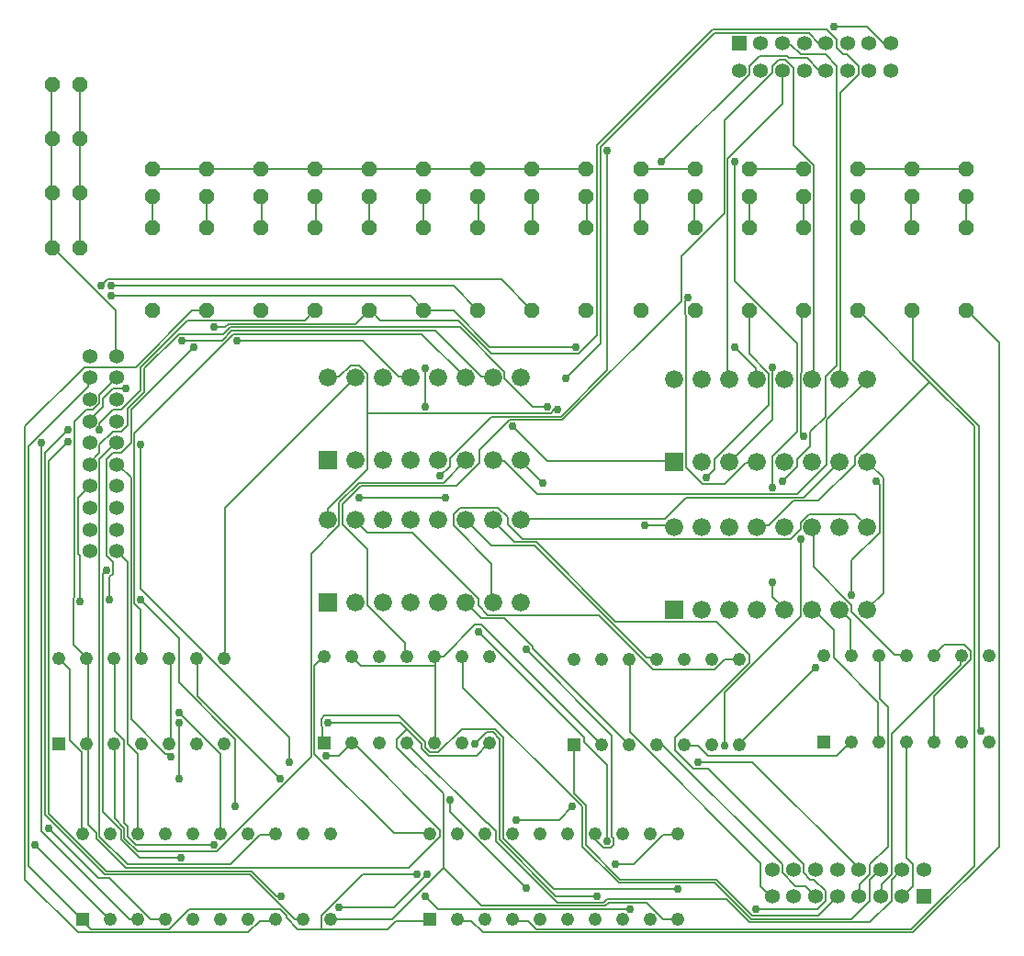
<source format=gbr>
G04 EAGLE Gerber RS-274X export*
G75*
%MOMM*%
%FSLAX34Y34*%
%LPD*%
%INTop Copper*%
%IPPOS*%
%AMOC8*
5,1,8,0,0,1.08239X$1,22.5*%
G01*
%ADD10R,1.358000X1.358000*%
%ADD11C,1.358000*%
%ADD12R,1.238000X1.238000*%
%ADD13C,1.238000*%
%ADD14R,1.676400X1.676400*%
%ADD15C,1.676400*%
%ADD16P,1.429621X8X292.500000*%
%ADD17P,1.429621X8X112.500000*%
%ADD18P,1.429621X8X22.500000*%
%ADD19C,0.152400*%
%ADD20C,0.756400*%


D10*
X700700Y888400D03*
D11*
X700700Y863400D03*
X720700Y888400D03*
X720700Y863400D03*
X740700Y888400D03*
X740700Y863400D03*
X760700Y888400D03*
X760700Y863400D03*
X780700Y888400D03*
X780700Y863400D03*
X800700Y888400D03*
X800700Y863400D03*
X820700Y888400D03*
X820700Y863400D03*
X840700Y888400D03*
X840700Y863400D03*
D10*
X871200Y101600D03*
D11*
X871200Y126600D03*
X851200Y101600D03*
X851200Y126600D03*
X831200Y101600D03*
X831200Y126600D03*
X811200Y101600D03*
X811200Y126600D03*
X791200Y101600D03*
X791200Y126600D03*
X771200Y101600D03*
X771200Y126600D03*
X751200Y101600D03*
X751200Y126600D03*
X731200Y101600D03*
X731200Y126600D03*
D12*
X73900Y242100D03*
D13*
X99300Y242100D03*
X124700Y242100D03*
X150100Y242100D03*
X175500Y242100D03*
X200900Y242100D03*
X226300Y242100D03*
X226300Y321500D03*
X200900Y321500D03*
X175500Y321500D03*
X150100Y321500D03*
X124700Y321500D03*
X99300Y321500D03*
X73900Y321500D03*
D12*
X318500Y243400D03*
D13*
X343900Y243400D03*
X369300Y243400D03*
X394700Y243400D03*
X420100Y243400D03*
X445500Y243400D03*
X470900Y243400D03*
X470900Y322800D03*
X445500Y322800D03*
X420100Y322800D03*
X394700Y322800D03*
X369300Y322800D03*
X343900Y322800D03*
X318500Y322800D03*
D12*
X548500Y241200D03*
D13*
X573900Y241200D03*
X599300Y241200D03*
X624700Y241200D03*
X650100Y241200D03*
X675500Y241200D03*
X700900Y241200D03*
X700900Y320600D03*
X675500Y320600D03*
X650100Y320600D03*
X624700Y320600D03*
X599300Y320600D03*
X573900Y320600D03*
X548500Y320600D03*
D12*
X778500Y244400D03*
D13*
X803900Y244400D03*
X829300Y244400D03*
X854700Y244400D03*
X880100Y244400D03*
X905500Y244400D03*
X930900Y244400D03*
X930900Y323800D03*
X905500Y323800D03*
X880100Y323800D03*
X854700Y323800D03*
X829300Y323800D03*
X803900Y323800D03*
X778500Y323800D03*
D14*
X321300Y503700D03*
D15*
X346700Y503700D03*
X372100Y503700D03*
X397500Y503700D03*
X422900Y503700D03*
X448300Y503700D03*
X473700Y503700D03*
X499100Y503700D03*
X499100Y579900D03*
X473700Y579900D03*
X448300Y579900D03*
X422900Y579900D03*
X397500Y579900D03*
X372100Y579900D03*
X346700Y579900D03*
X321300Y579900D03*
D14*
X641300Y502300D03*
D15*
X666700Y502300D03*
X692100Y502300D03*
X717500Y502300D03*
X742900Y502300D03*
X768300Y502300D03*
X793700Y502300D03*
X819100Y502300D03*
X819100Y578500D03*
X793700Y578500D03*
X768300Y578500D03*
X742900Y578500D03*
X717500Y578500D03*
X692100Y578500D03*
X666700Y578500D03*
X641300Y578500D03*
D14*
X321300Y372800D03*
D15*
X346700Y372800D03*
X372100Y372800D03*
X397500Y372800D03*
X422900Y372800D03*
X448300Y372800D03*
X473700Y372800D03*
X499100Y372800D03*
X499100Y449000D03*
X473700Y449000D03*
X448300Y449000D03*
X422900Y449000D03*
X397500Y449000D03*
X372100Y449000D03*
X346700Y449000D03*
X321300Y449000D03*
D14*
X641300Y366000D03*
D15*
X666700Y366000D03*
X692100Y366000D03*
X717500Y366000D03*
X742900Y366000D03*
X768300Y366000D03*
X793700Y366000D03*
X819100Y366000D03*
X819100Y442200D03*
X793700Y442200D03*
X768300Y442200D03*
X742900Y442200D03*
X717500Y442200D03*
X692100Y442200D03*
X666700Y442200D03*
X641300Y442200D03*
D11*
X102000Y420000D03*
X127000Y420000D03*
X102000Y440000D03*
X127000Y440000D03*
X102000Y460000D03*
X127000Y460000D03*
X102000Y480000D03*
X127000Y480000D03*
X102000Y500000D03*
X127000Y500000D03*
X102000Y520000D03*
X127000Y520000D03*
X102000Y540000D03*
X127000Y540000D03*
X102000Y560000D03*
X127000Y560000D03*
X102000Y580000D03*
X127000Y580000D03*
X102000Y600000D03*
X127000Y600000D03*
D12*
X95700Y80300D03*
D13*
X121100Y80300D03*
X146500Y80300D03*
X171900Y80300D03*
X197300Y80300D03*
X222700Y80300D03*
X248100Y80300D03*
X273500Y80300D03*
X298900Y80300D03*
X324300Y80300D03*
X324300Y159700D03*
X298900Y159700D03*
X273500Y159700D03*
X248100Y159700D03*
X222700Y159700D03*
X197300Y159700D03*
X171900Y159700D03*
X146500Y159700D03*
X121100Y159700D03*
X95700Y159700D03*
D12*
X415700Y80300D03*
D13*
X441100Y80300D03*
X466500Y80300D03*
X491900Y80300D03*
X517300Y80300D03*
X542700Y80300D03*
X568100Y80300D03*
X593500Y80300D03*
X618900Y80300D03*
X644300Y80300D03*
X644300Y159700D03*
X618900Y159700D03*
X593500Y159700D03*
X568100Y159700D03*
X542700Y159700D03*
X517300Y159700D03*
X491900Y159700D03*
X466500Y159700D03*
X441100Y159700D03*
X415700Y159700D03*
D16*
X910000Y718100D03*
X910000Y641900D03*
X860000Y718100D03*
X860000Y641900D03*
X810000Y718100D03*
X810000Y641900D03*
X760000Y718100D03*
X760000Y641900D03*
X710000Y718100D03*
X710000Y641900D03*
X660000Y718100D03*
X660000Y641900D03*
X610000Y718100D03*
X610000Y641900D03*
X560000Y718100D03*
X560000Y641900D03*
X510000Y718100D03*
X510000Y641900D03*
X460000Y718100D03*
X460000Y641900D03*
X410000Y718100D03*
X410000Y641900D03*
X360000Y718100D03*
X360000Y641900D03*
X310000Y718100D03*
X310000Y641900D03*
X260000Y718100D03*
X260000Y641900D03*
X210000Y718100D03*
X210000Y641900D03*
X160000Y718100D03*
X160000Y641900D03*
D17*
X910000Y747300D03*
X910000Y772700D03*
X860000Y747300D03*
X860000Y772700D03*
X810000Y747300D03*
X810000Y772700D03*
X760000Y747300D03*
X760000Y772700D03*
X710000Y747300D03*
X710000Y772700D03*
X660000Y747300D03*
X660000Y772700D03*
X610000Y747300D03*
X610000Y772700D03*
X560000Y747300D03*
X560000Y772700D03*
X510000Y747300D03*
X510000Y772700D03*
X460000Y747300D03*
X460000Y772700D03*
X410000Y747300D03*
X410000Y772700D03*
X360000Y747300D03*
X360000Y772700D03*
X310000Y747300D03*
X310000Y772700D03*
X260000Y747300D03*
X260000Y772700D03*
X210000Y747300D03*
X210000Y772700D03*
X160000Y747300D03*
X160000Y772700D03*
D18*
X67300Y850000D03*
X92700Y850000D03*
X67300Y800000D03*
X92700Y800000D03*
X67300Y750000D03*
X92700Y750000D03*
X67300Y700000D03*
X92700Y700000D03*
D19*
X854964Y243840D02*
X854964Y137160D01*
X861060Y131064D01*
X861060Y111252D01*
X851916Y102108D01*
X854964Y243840D02*
X854700Y244400D01*
X851916Y102108D02*
X851200Y101600D01*
X905256Y315468D02*
X905256Y323088D01*
X905256Y315468D02*
X841248Y251460D01*
X841248Y121920D01*
X832104Y112776D01*
X832104Y102108D01*
X905256Y323088D02*
X905500Y323800D01*
X832104Y102108D02*
X831200Y101600D01*
X830580Y283464D02*
X830580Y323088D01*
X830580Y283464D02*
X838200Y275844D01*
X838200Y147828D01*
X821436Y131064D01*
X821436Y121920D01*
X812292Y112776D01*
X812292Y102108D01*
X830580Y323088D02*
X829300Y323800D01*
X812292Y102108D02*
X811200Y101600D01*
X548640Y196596D02*
X548640Y240792D01*
X548640Y196596D02*
X559308Y185928D01*
X559308Y149352D01*
X591312Y117348D01*
X679704Y117348D01*
X713232Y83820D01*
X774192Y83820D01*
X790956Y100584D01*
X548640Y240792D02*
X548500Y241200D01*
X791200Y101600D02*
X790956Y100584D01*
X630936Y240792D02*
X624840Y240792D01*
X630936Y240792D02*
X740664Y131064D01*
X740664Y123444D01*
X752856Y111252D01*
X762000Y111252D01*
X771144Y102108D01*
X624840Y240792D02*
X624700Y241200D01*
X771144Y102108D02*
X771200Y101600D01*
X600456Y252984D02*
X600456Y320040D01*
X600456Y252984D02*
X720852Y132588D01*
X720852Y111252D01*
X729996Y102108D01*
X600456Y320040D02*
X599300Y320600D01*
X729996Y102108D02*
X731200Y101600D01*
X829056Y245364D02*
X829056Y280416D01*
X787908Y321564D01*
X787908Y347472D01*
X769620Y365760D01*
X829056Y245364D02*
X829300Y244400D01*
X769620Y365760D02*
X768300Y366000D01*
X844296Y324612D02*
X853440Y324612D01*
X844296Y324612D02*
X804672Y364236D01*
X804672Y370332D01*
X769620Y405384D01*
X769620Y441960D01*
X853440Y324612D02*
X854700Y323800D01*
X769620Y441960D02*
X768300Y442200D01*
X124968Y320040D02*
X124968Y254508D01*
X134112Y245364D01*
X134112Y169164D01*
X137160Y166116D01*
X137160Y156972D01*
X144780Y149352D01*
X216408Y149352D01*
X495300Y172212D02*
X534924Y172212D01*
X547116Y184404D01*
X124968Y320040D02*
X124700Y321500D01*
D20*
X216408Y149352D03*
X495300Y172212D03*
X547116Y184404D03*
D19*
X201168Y286512D02*
X201168Y320040D01*
X201168Y286512D02*
X277368Y210312D01*
X201168Y320040D02*
X200900Y321500D01*
D20*
X277368Y210312D03*
D19*
X499872Y449580D02*
X632460Y449580D01*
X652272Y469392D01*
X760476Y469392D01*
X792480Y501396D01*
X499872Y449580D02*
X499100Y449000D01*
X792480Y501396D02*
X793700Y502300D01*
X484632Y502920D02*
X473964Y502920D01*
X484632Y502920D02*
X515112Y472440D01*
X754380Y472440D01*
X781812Y499872D01*
X781812Y541020D01*
X818388Y577596D01*
X473964Y502920D02*
X473700Y503700D01*
X818388Y577596D02*
X819100Y578500D01*
X472440Y408432D02*
X472440Y373380D01*
X472440Y408432D02*
X437388Y443484D01*
X437388Y454152D01*
X443484Y460248D01*
X478536Y460248D01*
X487680Y451104D01*
X487680Y445008D01*
X501396Y431292D01*
X748284Y431292D01*
X757428Y440436D01*
X757428Y446532D01*
X765048Y454152D01*
X807720Y454152D01*
X818388Y443484D01*
X473700Y372800D02*
X472440Y373380D01*
X818388Y443484D02*
X819100Y442200D01*
X713232Y225552D02*
X662940Y225552D01*
X713232Y225552D02*
X810768Y128016D01*
X811200Y126600D01*
D20*
X662940Y225552D03*
D19*
X446532Y294132D02*
X446532Y321564D01*
X446532Y294132D02*
X556260Y184404D01*
X556260Y147828D01*
X589788Y114300D01*
X678180Y114300D01*
X711708Y80772D01*
X804672Y80772D01*
X821436Y97536D01*
X821436Y117348D01*
X830580Y126492D01*
X446532Y321564D02*
X445500Y322800D01*
X830580Y126492D02*
X831200Y126600D01*
X467868Y169164D02*
X394716Y242316D01*
X467868Y169164D02*
X469392Y169164D01*
X477012Y161544D01*
X477012Y152400D01*
X533400Y96012D01*
X576072Y96012D01*
X579120Y99060D01*
X688848Y99060D01*
X710184Y77724D01*
X821436Y77724D01*
X841248Y97536D01*
X841248Y117348D01*
X850392Y126492D01*
X394716Y242316D02*
X394700Y243400D01*
X850392Y126492D02*
X851200Y126600D01*
X316992Y243840D02*
X316992Y257556D01*
X315468Y259080D01*
X315468Y265176D01*
X318516Y268224D01*
X387096Y268224D01*
X411480Y243840D01*
X411480Y239268D01*
X416052Y234696D01*
X423672Y234696D01*
X445008Y256032D01*
X475488Y256032D01*
X483108Y248412D01*
X483108Y155448D01*
X530352Y108204D01*
X644652Y108204D01*
X318500Y243400D02*
X316992Y243840D01*
D20*
X644652Y108204D03*
D19*
X598932Y242316D02*
X510540Y330708D01*
X510540Y332232D01*
X484632Y358140D01*
X463296Y358140D01*
X449580Y371856D01*
X598932Y242316D02*
X599300Y241200D01*
X449580Y371856D02*
X448300Y372800D01*
X687324Y320040D02*
X699516Y320040D01*
X687324Y320040D02*
X678180Y310896D01*
X621792Y310896D01*
X571500Y361188D01*
X469392Y361188D01*
X460248Y370332D01*
X460248Y376428D01*
X399288Y437388D01*
X358140Y437388D01*
X347472Y448056D01*
X699516Y320040D02*
X700900Y320600D01*
X347472Y448056D02*
X346700Y449000D01*
X615696Y321564D02*
X623316Y321564D01*
X615696Y321564D02*
X512064Y425196D01*
X472440Y425196D01*
X449580Y448056D01*
X623316Y321564D02*
X624700Y320600D01*
X449580Y448056D02*
X448300Y449000D01*
X393192Y335280D02*
X393192Y323088D01*
X393192Y335280D02*
X358140Y370332D01*
X358140Y422148D01*
X335280Y445008D01*
X335280Y463296D01*
X352044Y480060D01*
X440436Y480060D01*
X461772Y501396D01*
X461772Y513588D01*
X489204Y541020D01*
X537972Y541020D01*
X647700Y650748D01*
X647700Y691896D01*
X687324Y731520D01*
X687324Y816864D01*
X731520Y861060D01*
X731520Y867156D01*
X737616Y873252D01*
X743712Y873252D01*
X751332Y865632D01*
X751332Y794004D01*
X769620Y775716D01*
X769620Y579120D01*
X394700Y322800D02*
X393192Y323088D01*
X768300Y578500D02*
X769620Y579120D01*
X833628Y888492D02*
X839724Y888492D01*
X833628Y888492D02*
X818388Y903732D01*
X787908Y903732D01*
X579120Y789432D02*
X579120Y586740D01*
X536448Y544068D01*
X472440Y544068D01*
X434340Y505968D01*
X434340Y498348D01*
X425196Y489204D01*
X839724Y888492D02*
X840700Y888400D01*
D20*
X787908Y903732D03*
X579120Y789432D03*
X425196Y489204D03*
D19*
X411480Y553212D02*
X411480Y588264D01*
D20*
X411480Y588264D03*
X411480Y553212D03*
D19*
X774192Y888492D02*
X780288Y888492D01*
X774192Y888492D02*
X765048Y897636D01*
X678180Y897636D01*
X573024Y792480D01*
X573024Y611124D01*
X541020Y579120D01*
X780288Y888492D02*
X780700Y888400D01*
D20*
X541020Y579120D03*
D19*
X742188Y886968D02*
X748284Y886968D01*
X757428Y877824D01*
X780288Y877824D01*
X790956Y867156D01*
X790956Y591312D01*
X780288Y580644D01*
X780288Y544068D01*
X766572Y530352D01*
X766572Y516636D01*
X754380Y504444D01*
X754380Y498348D01*
X740664Y484632D01*
X742188Y886968D02*
X740700Y888400D01*
D20*
X740664Y484632D03*
D19*
X696468Y669036D02*
X696468Y778764D01*
X696468Y669036D02*
X754380Y611124D01*
X754380Y530352D01*
X731520Y507492D01*
X731520Y478536D01*
X731520Y391668D02*
X731520Y377952D01*
X742188Y367284D01*
X742900Y366000D01*
D20*
X696468Y778764D03*
X731520Y478536D03*
X731520Y391668D03*
D19*
X687324Y289560D02*
X687324Y240792D01*
X687324Y289560D02*
X757428Y359664D01*
X757428Y431292D01*
D20*
X687324Y240792D03*
X757428Y431292D03*
D19*
X731520Y541020D02*
X731520Y589788D01*
X731520Y541020D02*
X693420Y502920D01*
X692100Y502300D01*
D20*
X731520Y589788D03*
D19*
X740664Y832104D02*
X740664Y862584D01*
X740664Y832104D02*
X690372Y781812D01*
X690372Y580644D01*
X691896Y579120D01*
X740664Y862584D02*
X740700Y863400D01*
X691896Y579120D02*
X692100Y578500D01*
X774192Y864108D02*
X780288Y864108D01*
X774192Y864108D02*
X763524Y874776D01*
X746760Y874776D01*
X745236Y876300D01*
X719328Y876300D01*
X710184Y867156D01*
X710184Y859536D01*
X629412Y778764D01*
X780288Y864108D02*
X780700Y863400D01*
D20*
X629412Y778764D03*
D19*
X124968Y240792D02*
X124968Y173736D01*
X134112Y164592D01*
X134112Y155448D01*
X146304Y143256D01*
X219456Y143256D01*
X306324Y230124D01*
X306324Y417576D01*
X332232Y443484D01*
X332232Y464820D01*
X350520Y483108D01*
X428244Y483108D01*
X448056Y502920D01*
X124700Y242100D02*
X124968Y240792D01*
X448056Y502920D02*
X448300Y503700D01*
X227076Y460248D02*
X227076Y321564D01*
X227076Y460248D02*
X345948Y579120D01*
X227076Y321564D02*
X226300Y321500D01*
X345948Y579120D02*
X346700Y579900D01*
X149352Y365760D02*
X149352Y321564D01*
X149352Y365760D02*
X143256Y371856D01*
X143256Y528828D01*
X234696Y620268D01*
X408432Y620268D01*
X448056Y580644D01*
X150100Y321500D02*
X149352Y321564D01*
X448300Y579900D02*
X448056Y580644D01*
X67056Y701040D02*
X67056Y749808D01*
X67056Y701040D02*
X67300Y700000D01*
X67056Y749808D02*
X67300Y750000D01*
X67056Y751332D02*
X67056Y798576D01*
X67300Y800000D01*
X67056Y751332D02*
X67300Y750000D01*
X67056Y800100D02*
X67056Y848868D01*
X67300Y850000D01*
X67056Y800100D02*
X67300Y800000D01*
X126492Y641604D02*
X126492Y600456D01*
X126492Y641604D02*
X68580Y699516D01*
X126492Y600456D02*
X127000Y600000D01*
X68580Y699516D02*
X67300Y700000D01*
X411480Y772668D02*
X458724Y772668D01*
X411480Y772668D02*
X410000Y772700D01*
X458724Y772668D02*
X460000Y772700D01*
X208788Y772668D02*
X160020Y772668D01*
X160000Y772700D01*
X208788Y772668D02*
X210000Y772700D01*
X260604Y772668D02*
X309372Y772668D01*
X260604Y772668D02*
X260000Y772700D01*
X309372Y772668D02*
X310000Y772700D01*
X310896Y772668D02*
X359664Y772668D01*
X360000Y772700D01*
X310896Y772668D02*
X310000Y772700D01*
X259080Y772668D02*
X210312Y772668D01*
X210000Y772700D01*
X259080Y772668D02*
X260000Y772700D01*
X361188Y772668D02*
X409956Y772668D01*
X410000Y772700D01*
X361188Y772668D02*
X360000Y772700D01*
X499872Y502920D02*
X519684Y483108D01*
X499872Y502920D02*
X499100Y503700D01*
X510540Y772668D02*
X559308Y772668D01*
X510540Y772668D02*
X510000Y772700D01*
X559308Y772668D02*
X560000Y772700D01*
X710184Y772668D02*
X758952Y772668D01*
X760000Y772700D01*
X710184Y772668D02*
X710000Y772700D01*
X659892Y772668D02*
X611124Y772668D01*
X610000Y772700D01*
X659892Y772668D02*
X660000Y772700D01*
X509016Y772668D02*
X460248Y772668D01*
X460000Y772700D01*
X509016Y772668D02*
X510000Y772700D01*
X388620Y262128D02*
X321564Y262128D01*
X394716Y256032D02*
X408432Y242316D01*
X394716Y256032D02*
X388620Y262128D01*
X408432Y242316D02*
X408432Y237744D01*
X414528Y231648D01*
X458724Y231648D01*
X469392Y242316D01*
X470900Y243400D01*
X381000Y80772D02*
X324612Y80772D01*
X381000Y80772D02*
X428244Y128016D01*
X428244Y196596D01*
X385572Y239268D01*
X385572Y246888D01*
X394716Y256032D01*
X324612Y80772D02*
X324300Y80300D01*
X630936Y80772D02*
X643128Y80772D01*
X630936Y80772D02*
X615696Y96012D01*
X580644Y96012D01*
X577596Y92964D01*
X463296Y92964D01*
X428244Y128016D01*
X643128Y80772D02*
X644300Y80300D01*
X810768Y772668D02*
X859536Y772668D01*
X810768Y772668D02*
X810000Y772700D01*
X859536Y772668D02*
X860000Y772700D01*
X861060Y772668D02*
X909828Y772668D01*
X910000Y772700D01*
X861060Y772668D02*
X860000Y772700D01*
X819912Y501396D02*
X833628Y487680D01*
X833628Y381000D01*
X819912Y367284D01*
X819912Y501396D02*
X819100Y502300D01*
X819912Y367284D02*
X819100Y366000D01*
X771144Y312420D02*
X701040Y242316D01*
X700900Y241200D01*
D20*
X519684Y483108D03*
X321564Y262128D03*
X771144Y312420D03*
D19*
X94488Y234696D02*
X94488Y160020D01*
X94488Y234696D02*
X83820Y245364D01*
X83820Y310896D01*
X74676Y320040D01*
X94488Y160020D02*
X95700Y159700D01*
X74676Y320040D02*
X73900Y321500D01*
X92964Y701040D02*
X92964Y749808D01*
X92964Y701040D02*
X92700Y700000D01*
X92964Y749808D02*
X92700Y750000D01*
X92964Y751332D02*
X92964Y798576D01*
X92700Y800000D01*
X92964Y751332D02*
X92700Y750000D01*
X92964Y800100D02*
X92964Y848868D01*
X92700Y850000D01*
X92964Y800100D02*
X92700Y800000D01*
X614172Y443484D02*
X640080Y443484D01*
X641300Y442200D01*
X414528Y160020D02*
X382524Y160020D01*
X309372Y233172D01*
X309372Y313944D01*
X316992Y321564D01*
X414528Y160020D02*
X415700Y159700D01*
X316992Y321564D02*
X318500Y322800D01*
X321564Y580644D02*
X332232Y580644D01*
X342900Y591312D01*
X350520Y591312D01*
X358140Y583692D01*
X358140Y547116D02*
X358140Y495300D01*
X358140Y547116D02*
X358140Y583692D01*
X358140Y495300D02*
X321564Y458724D01*
X321564Y449580D01*
X321300Y579900D02*
X321564Y580644D01*
X321564Y449580D02*
X321300Y449000D01*
X530352Y550164D02*
X533400Y550164D01*
X530352Y550164D02*
X527304Y547116D01*
X358140Y547116D01*
D20*
X614172Y443484D03*
X533400Y550164D03*
D19*
X185928Y137160D02*
X147828Y137160D01*
X131064Y153924D01*
X131064Y163068D01*
X114300Y179832D01*
X114300Y399288D01*
X117348Y402336D01*
D20*
X185928Y137160D03*
X117348Y402336D03*
D19*
X236220Y246888D02*
X236220Y184404D01*
X236220Y246888D02*
X184404Y298704D01*
X184404Y339852D01*
X149352Y374904D01*
D20*
X236220Y184404D03*
X149352Y374904D03*
D19*
X184404Y262128D02*
X184404Y210312D01*
D20*
X184404Y210312D03*
X184404Y262128D03*
D19*
X382524Y91440D02*
X413004Y121920D01*
X382524Y91440D02*
X332232Y91440D01*
X92964Y373380D02*
X92964Y416052D01*
X91440Y417576D01*
X91440Y469392D01*
X100584Y478536D01*
X102000Y480000D01*
D20*
X413004Y121920D03*
X332232Y91440D03*
X92964Y373380D03*
D19*
X568452Y158496D02*
X568452Y153924D01*
X576072Y146304D01*
X582168Y146304D01*
X585216Y149352D01*
X585216Y155448D01*
X583692Y156972D01*
X583692Y249936D01*
X504444Y329184D01*
X510540Y553212D02*
X524256Y553212D01*
X510540Y553212D02*
X484632Y579120D01*
X484632Y585216D01*
X443484Y626364D01*
X231648Y626364D01*
X225552Y620268D01*
X184404Y620268D01*
X152400Y588264D01*
X152400Y566928D01*
X137160Y551688D01*
X137160Y536448D01*
X131064Y530352D01*
X123444Y530352D01*
X111252Y518160D01*
X111252Y510540D01*
X102108Y501396D01*
X568100Y159700D02*
X568452Y158496D01*
X102000Y500000D02*
X102108Y501396D01*
D20*
X504444Y329184D03*
X524256Y553212D03*
D19*
X600456Y89916D02*
X423672Y89916D01*
X411480Y102108D01*
X278892Y102108D02*
X274320Y102108D01*
X251460Y124968D01*
X117348Y124968D01*
X64008Y178308D01*
X64008Y502920D01*
X82296Y521208D01*
D20*
X600456Y89916D03*
X411480Y102108D03*
X278892Y102108D03*
X82296Y521208D03*
D19*
X123444Y569976D02*
X135636Y569976D01*
X123444Y569976D02*
X114300Y560832D01*
X114300Y553212D01*
X102108Y541020D01*
X102000Y540000D01*
D20*
X135636Y569976D03*
D19*
X630936Y158496D02*
X643128Y158496D01*
X630936Y158496D02*
X603504Y131064D01*
X586740Y131064D01*
X643128Y158496D02*
X644300Y159700D01*
D20*
X586740Y131064D03*
D19*
X286512Y225552D02*
X286512Y248412D01*
X149352Y385572D01*
X149352Y518160D01*
D20*
X286512Y225552D03*
X149352Y518160D03*
D19*
X259080Y158496D02*
X272796Y158496D01*
X259080Y158496D02*
X231648Y131064D01*
X137160Y131064D01*
X111252Y156972D01*
X111252Y504444D01*
X126492Y519684D01*
X273500Y159700D02*
X272796Y158496D01*
X126492Y519684D02*
X127000Y520000D01*
X173736Y233172D02*
X176784Y230124D01*
X173736Y233172D02*
X172212Y233172D01*
X140208Y265176D01*
X140208Y487680D01*
X128016Y499872D01*
X127000Y500000D01*
D20*
X176784Y230124D03*
D19*
X222504Y233172D02*
X222504Y160020D01*
X222504Y233172D02*
X184404Y271272D01*
X222504Y160020D02*
X222700Y159700D01*
D20*
X184404Y271272D03*
D19*
X146304Y233172D02*
X146304Y160020D01*
X146304Y233172D02*
X137160Y242316D01*
X137160Y409956D01*
X128016Y419100D01*
X146304Y160020D02*
X146500Y159700D01*
X128016Y419100D02*
X127000Y420000D01*
X384048Y79248D02*
X414528Y79248D01*
X384048Y79248D02*
X376428Y71628D01*
X315468Y71628D02*
X294132Y71628D01*
X315468Y71628D02*
X376428Y71628D01*
X294132Y71628D02*
X283464Y82296D01*
X283464Y83820D01*
X277368Y89916D01*
X193548Y89916D01*
X175260Y71628D01*
X103632Y71628D01*
X96012Y79248D01*
X414528Y79248D02*
X415700Y80300D01*
X96012Y79248D02*
X95700Y80300D01*
X353568Y121920D02*
X403860Y121920D01*
X353568Y121920D02*
X315468Y83820D01*
X315468Y71628D01*
X100584Y571500D02*
X100584Y579120D01*
X100584Y571500D02*
X45720Y516636D01*
X45720Y129540D01*
X94488Y80772D01*
X100584Y579120D02*
X102000Y580000D01*
X94488Y80772D02*
X95700Y80300D01*
D20*
X403860Y121920D03*
D19*
X100584Y242316D02*
X100584Y320040D01*
X100584Y242316D02*
X99300Y242100D01*
X100584Y320040D02*
X99300Y321500D01*
X111252Y563880D02*
X126492Y579120D01*
X111252Y563880D02*
X111252Y556260D01*
X105156Y550164D01*
X99060Y550164D01*
X88392Y539496D01*
X88392Y377952D01*
X86868Y376428D01*
X86868Y333756D01*
X99060Y321564D01*
X126492Y579120D02*
X127000Y580000D01*
X99060Y321564D02*
X99300Y321500D01*
X420624Y321564D02*
X420624Y313944D01*
X420624Y243840D01*
X420100Y243400D01*
X420624Y321564D02*
X420100Y322800D01*
X176784Y320040D02*
X176784Y242316D01*
X175500Y242100D01*
X176784Y320040D02*
X175500Y321500D01*
X320040Y231648D02*
X332232Y231648D01*
X342900Y242316D01*
X343900Y243400D01*
X352044Y313944D02*
X420624Y313944D01*
X352044Y313944D02*
X344424Y321564D01*
X343900Y322800D01*
X803148Y324612D02*
X803148Y356616D01*
X794004Y365760D01*
X803148Y324612D02*
X803900Y323800D01*
X794004Y365760D02*
X793700Y366000D01*
X880872Y286512D02*
X880872Y245364D01*
X880872Y286512D02*
X914400Y320040D01*
X914400Y327660D01*
X908304Y333756D01*
X890016Y333756D01*
X880872Y324612D01*
X880872Y245364D02*
X880100Y244400D01*
X880100Y323800D02*
X880872Y324612D01*
X662940Y240792D02*
X650748Y240792D01*
X662940Y240792D02*
X672084Y231648D01*
X790956Y231648D01*
X803148Y243840D01*
X650748Y240792D02*
X650100Y241200D01*
X803148Y243840D02*
X803900Y244400D01*
X428244Y323088D02*
X420624Y323088D01*
X428244Y323088D02*
X457200Y352044D01*
X463296Y352044D01*
X573024Y242316D01*
X420624Y323088D02*
X420100Y322800D01*
X573024Y242316D02*
X573900Y241200D01*
X100584Y240792D02*
X100584Y167640D01*
X108204Y160020D01*
X108204Y155448D01*
X135636Y128016D01*
X396240Y128016D01*
X425196Y156972D01*
X425196Y163068D01*
X344424Y243840D01*
X100584Y240792D02*
X99300Y242100D01*
X343900Y243400D02*
X344424Y243840D01*
D20*
X320040Y231648D03*
D19*
X441960Y79248D02*
X454152Y79248D01*
X464820Y68580D01*
X861060Y68580D01*
X940308Y147828D01*
X940308Y612648D01*
X911352Y641604D01*
X441100Y80300D02*
X441960Y79248D01*
X910000Y641900D02*
X911352Y641604D01*
X804672Y411480D02*
X804672Y379476D01*
X804672Y411480D02*
X830580Y437388D01*
X830580Y481584D01*
X827532Y484632D01*
D20*
X804672Y379476D03*
X827532Y484632D03*
D19*
X861060Y595884D02*
X861060Y641604D01*
X861060Y595884D02*
X922020Y534924D01*
X922020Y256032D01*
X923544Y254508D01*
X861060Y641604D02*
X860000Y641900D01*
D20*
X923544Y254508D03*
D19*
X505968Y79248D02*
X492252Y79248D01*
X505968Y79248D02*
X513588Y71628D01*
X859536Y71628D01*
X917448Y129540D01*
X917448Y534924D01*
X876300Y576072D02*
X810768Y641604D01*
X876300Y576072D02*
X917448Y534924D01*
X491900Y80300D02*
X492252Y79248D01*
X810000Y641900D02*
X810768Y641604D01*
X728472Y443484D02*
X717804Y443484D01*
X728472Y443484D02*
X751332Y466344D01*
X774192Y466344D01*
X807720Y499872D01*
X807720Y507492D01*
X876300Y576072D01*
X717804Y443484D02*
X717500Y442200D01*
X758952Y585216D02*
X758952Y641604D01*
X758952Y585216D02*
X757428Y583692D01*
X757428Y528828D01*
X760476Y525780D01*
X758952Y641604D02*
X760000Y641900D01*
D20*
X760476Y525780D03*
D19*
X569976Y102108D02*
X531876Y102108D01*
X480060Y153924D01*
X480060Y246888D01*
X473964Y252984D01*
X467868Y252984D01*
X457200Y242316D01*
X710184Y601980D02*
X710184Y641604D01*
X710184Y601980D02*
X728472Y583692D01*
X728472Y554736D01*
X678180Y504444D01*
X678180Y495300D01*
X670560Y487680D01*
X710184Y641604D02*
X710000Y641900D01*
D20*
X569976Y102108D03*
X457200Y242316D03*
X670560Y487680D03*
D19*
X434340Y179832D02*
X504444Y109728D01*
X434340Y179832D02*
X434340Y190500D01*
X429768Y469392D02*
X350520Y469392D01*
D20*
X504444Y109728D03*
X434340Y190500D03*
X429768Y469392D03*
X350520Y469392D03*
D19*
X579120Y222504D02*
X579120Y152400D01*
X579120Y222504D02*
X557784Y243840D01*
X557784Y248412D01*
X460248Y345948D01*
D20*
X579120Y152400D03*
X460248Y345948D03*
D19*
X716280Y89916D02*
X772668Y89916D01*
X780288Y97536D01*
X780288Y106680D01*
X769620Y117348D01*
X766572Y117348D01*
X760476Y123444D01*
X760476Y131064D01*
X672084Y219456D01*
X658368Y219456D01*
X641604Y236220D01*
X641604Y248412D01*
X710184Y316992D01*
X710184Y324612D01*
X679704Y355092D01*
X586740Y355092D01*
X513588Y428244D01*
X493776Y428244D01*
X473964Y448056D01*
X473700Y449000D01*
D20*
X716280Y89916D03*
D19*
X120396Y80772D02*
X51816Y149352D01*
X112776Y664464D02*
X118872Y670560D01*
X481584Y670560D01*
X509016Y643128D01*
X121100Y80300D02*
X120396Y80772D01*
X510000Y641900D02*
X509016Y643128D01*
X707136Y501396D02*
X716280Y501396D01*
X707136Y501396D02*
X687324Y481584D01*
X667512Y481584D01*
X652272Y496824D01*
X652272Y637032D01*
X650748Y638556D01*
X650748Y650748D01*
X653796Y653796D01*
X717500Y502300D02*
X716280Y501396D01*
D20*
X51816Y149352D03*
X112776Y664464D03*
X653796Y653796D03*
D19*
X146304Y80772D02*
X138684Y80772D01*
X57912Y161544D01*
X57912Y519684D01*
X121920Y664464D02*
X437388Y664464D01*
X458724Y643128D01*
X146304Y80772D02*
X146500Y80300D01*
X460000Y641900D02*
X458724Y643128D01*
X524256Y502920D02*
X640080Y502920D01*
X524256Y502920D02*
X492252Y534924D01*
X640080Y502920D02*
X641300Y502300D01*
D20*
X57912Y519684D03*
X121920Y664464D03*
X492252Y534924D03*
D19*
X170688Y80772D02*
X158496Y80772D01*
X120396Y118872D01*
X109728Y118872D01*
X64008Y164592D01*
X121920Y655320D02*
X397764Y655320D01*
X409956Y643128D01*
X171900Y80300D02*
X170688Y80772D01*
X410000Y641900D02*
X409956Y643128D01*
X716280Y588264D02*
X716280Y579120D01*
X716280Y588264D02*
X696468Y608076D01*
X550164Y608076D02*
X470916Y608076D01*
X437388Y641604D01*
X411480Y641604D01*
X716280Y579120D02*
X717500Y578500D01*
X411480Y641604D02*
X410000Y641900D01*
D20*
X64008Y164592D03*
X121920Y655320D03*
X696468Y608076D03*
X550164Y608076D03*
D19*
X120396Y396240D02*
X120396Y374904D01*
X120396Y396240D02*
X123444Y399288D01*
X123444Y409956D01*
X117348Y416052D01*
X117348Y504444D01*
X123444Y510540D01*
X131064Y510540D01*
X140208Y519684D01*
X140208Y550164D01*
X198120Y608076D01*
X216408Y626364D02*
X227076Y626364D01*
X230124Y629412D01*
X347472Y629412D01*
X359664Y641604D01*
X360000Y641900D01*
X794004Y579120D02*
X794004Y842772D01*
X810768Y859536D01*
X810768Y867156D01*
X800100Y877824D01*
X797052Y877824D01*
X790956Y883920D01*
X790956Y891540D01*
X781812Y900684D01*
X676656Y900684D01*
X569976Y794004D01*
X569976Y618744D01*
X553212Y601980D01*
X472440Y601980D01*
X441960Y632460D01*
X370332Y632460D01*
X361188Y641604D01*
X793700Y578500D02*
X794004Y579120D01*
X361188Y641604D02*
X360000Y641900D01*
D20*
X120396Y374904D03*
X198120Y608076D03*
X216408Y626364D03*
D19*
X111252Y537972D02*
X111252Y531876D01*
X111252Y537972D02*
X123444Y550164D01*
X131064Y550164D01*
X149352Y568452D01*
X149352Y589788D01*
X192024Y632460D01*
X300228Y632460D01*
X309372Y641604D01*
X310000Y641900D01*
D20*
X111252Y531876D03*
D19*
X291084Y80772D02*
X298704Y80772D01*
X291084Y80772D02*
X249936Y121920D01*
X115824Y121920D01*
X60960Y176784D01*
X60960Y510540D01*
X82296Y531876D01*
X298704Y80772D02*
X298900Y80300D01*
X463296Y580644D02*
X472440Y580644D01*
X463296Y580644D02*
X420624Y623316D01*
X233172Y623316D01*
X224028Y614172D01*
X187452Y614172D01*
X472440Y580644D02*
X473700Y579900D01*
D20*
X82296Y531876D03*
X187452Y614172D03*
D19*
X259080Y79248D02*
X272796Y79248D01*
X259080Y79248D02*
X248412Y68580D01*
X91440Y68580D01*
X42672Y117348D01*
X42672Y534924D01*
X97536Y589788D01*
X144780Y589788D01*
X196596Y641604D01*
X208788Y641604D01*
X273500Y80300D02*
X272796Y79248D01*
X208788Y641604D02*
X210000Y641900D01*
X387096Y580644D02*
X396240Y580644D01*
X387096Y580644D02*
X353568Y614172D01*
X237744Y614172D01*
X396240Y580644D02*
X397500Y579900D01*
D20*
X237744Y614172D03*
D19*
X160020Y719328D02*
X160020Y746760D01*
X160020Y719328D02*
X160000Y718100D01*
X160020Y746760D02*
X160000Y747300D01*
X210312Y746760D02*
X210312Y719328D01*
X210000Y718100D01*
X210312Y746760D02*
X210000Y747300D01*
X260604Y746760D02*
X260604Y719328D01*
X260000Y718100D01*
X260604Y746760D02*
X260000Y747300D01*
X310896Y746760D02*
X310896Y719328D01*
X310000Y718100D01*
X310896Y746760D02*
X310000Y747300D01*
X359664Y746760D02*
X359664Y719328D01*
X360000Y718100D01*
X359664Y746760D02*
X360000Y747300D01*
X409956Y746760D02*
X409956Y719328D01*
X410000Y718100D01*
X409956Y746760D02*
X410000Y747300D01*
X460248Y746760D02*
X460248Y719328D01*
X460000Y718100D01*
X460248Y746760D02*
X460000Y747300D01*
X510540Y746760D02*
X510540Y719328D01*
X510000Y718100D01*
X510540Y746760D02*
X510000Y747300D01*
X560832Y746760D02*
X560832Y719328D01*
X560000Y718100D01*
X560832Y746760D02*
X560000Y747300D01*
X609600Y746760D02*
X609600Y719328D01*
X610000Y718100D01*
X609600Y746760D02*
X610000Y747300D01*
X659892Y746760D02*
X659892Y719328D01*
X660000Y718100D01*
X659892Y746760D02*
X660000Y747300D01*
X710184Y746760D02*
X710184Y719328D01*
X710000Y718100D01*
X710184Y746760D02*
X710000Y747300D01*
X760476Y746760D02*
X760476Y719328D01*
X760000Y718100D01*
X760476Y746760D02*
X760000Y747300D01*
X810768Y746760D02*
X810768Y719328D01*
X810000Y718100D01*
X810768Y746760D02*
X810000Y747300D01*
X859536Y746760D02*
X859536Y719328D01*
X860000Y718100D01*
X859536Y746760D02*
X860000Y747300D01*
X909828Y746760D02*
X909828Y719328D01*
X910000Y718100D01*
X909828Y746760D02*
X910000Y747300D01*
M02*

</source>
